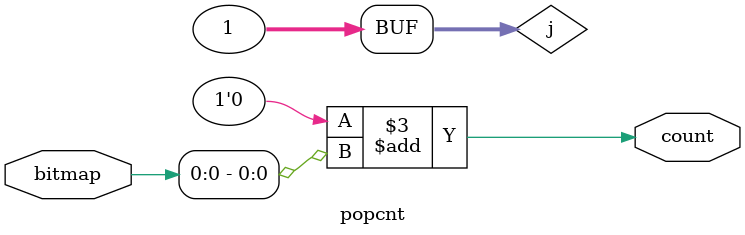
<source format=v>
/*
Copyright 2021 GaoZiBo <diyer175@hotmail.com>
Powered by YSYX https://oscpu.github.io/ysyx

Licensed under The MIT License (MIT).
-------------------------------------
Permission is hereby granted, free of charge, to any person obtaining a copy of
this software and associated documentation files (the "Software"), to deal in
the Software without restriction, including without limitation the rights to
use, copy, modify, merge, publish, distribute, sublicense, and/or sell copies of
the Software, and to permit persons to whom the Software is furnished to do so,
subject to the following conditions:

The above copyright notice and this permission notice shall be included in all
copies or substantial portions of the Software.

THE SOFTWARE IS PROVIDED "AS IS", WITHOUT WARRANTY OF ANY KIND, EXPRESS OR
IMPLIED,INCLUDING BUT NOT LIMITED TO THE WARRANTIES OF MERCHANTABILITY, FITNESS
FOR A PARTICULAR PURPOSE AND NONINFRINGEMENT. IN NO EVENT SHALL THE AUTHORS OR
COPYRIGHT HOLDERS BE LIABLE FOR ANY CLAIM, DAMAGES OR OTHER LIABILITY, WHETHER
IN AN ACTION OF CONTRACT, TORT OR OTHERWISE, ARISING FROM, OUT OF OR IN
CONNECTION WITH THE SOFTWARE OR THE USE OR OTHER DEALINGS IN THE SOFTWARE.
 */

module popcnt
#(
   parameter DW = 0,
   parameter P_DW = 0 // = floor(log2(DW))
)
(
   input [DW-1:0] bitmap,
   output reg [P_DW:0] count
);
   integer j;
   
   // Adder chain
   always @(*)
      begin
         count = {P_DW+1{1'b0}};
         for(j=0;j<(1<<P_DW);j=j+1)
            count = count + {{P_DW{1'b0}}, bitmap[j]};
      end

endmodule

</source>
